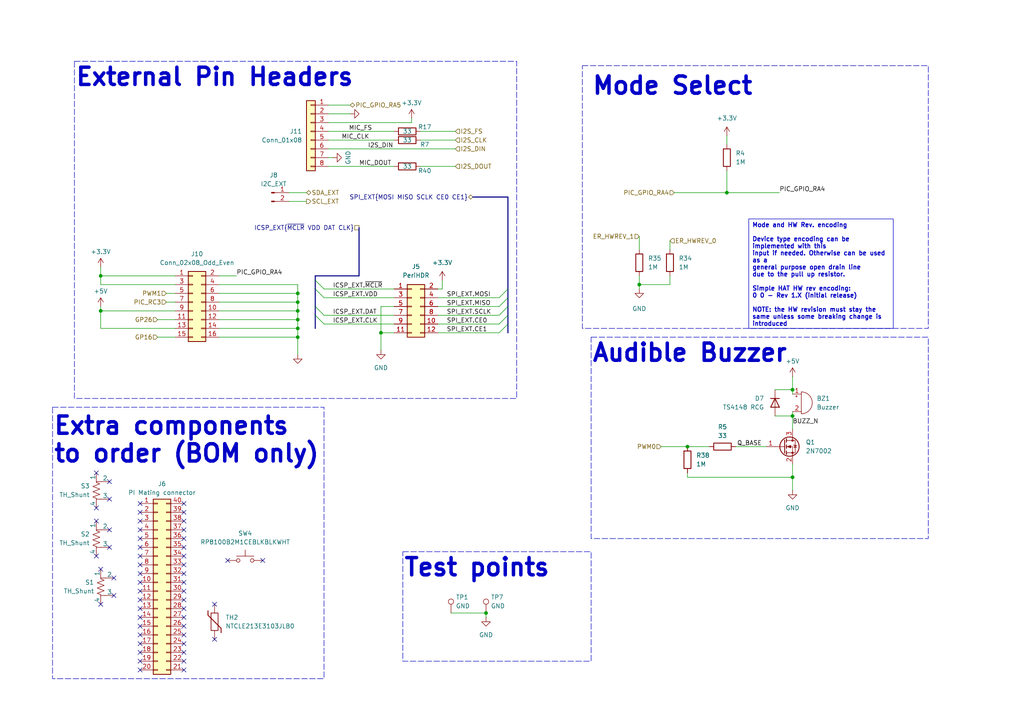
<source format=kicad_sch>
(kicad_sch (version 20231120) (generator "eeschema") (generator_version "8.0")
  (paper "A4")
  (title_block (title "Effective Range - MrHAT") (date "2024-06-17") (rev "1.10.1") (company "Effective Range Kft.") (comment 1 "visit https://creativecommons.org/licenses/by/4.0/") (comment 2 "is licensed under CC BY 4.0. To view a copy of this license,") (comment 3 "License: MrHAT © 2024 by Ferenc Nandor Janky & Attila Gombos"))
  (lib_symbols
    (symbol "Connector:Conn_01x02_Pin" (pin_names (offset 1.016) hide)
      (property "Reference" "J" (at 0 2.54 0))
      (property "Value" "Conn_01x02_Pin" (at 0 -5.08 0))
      (symbol "Conn_01x02_Pin_1_1"
        (polyline (pts (xy 1.27 -2.54) (xy 0.8636 -2.54)) (stroke (width 0.1524)))
        (polyline (pts (xy 1.27 0) (xy 0.8636 0)) (stroke (width 0.1524)))
        (rectangle (start 0.8636 -2.413) (end 0 -2.667) (stroke (width 0.1524)) (fill (type outline)))
        (rectangle (start 0.8636 0.127) (end 0 -0.127) (stroke (width 0.1524)) (fill (type outline)))
        (pin passive line (at 5.08 0 180) (length 3.81) (name "Pin_1") (number "1"))
        (pin passive line (at 5.08 -2.54 180) (length 3.81) (name "Pin_2") (number "2"))
      )
    )
    (symbol "Connector:TestPoint" (pin_numbers hide) (pin_names (offset 0.762) hide)
      (property "Reference" "TP" (at 0 6.858 0))
      (property "Value" "TestPoint" (at 0 5.08 0))
      (symbol "TestPoint_0_1"
        (circle (center 0 3.302) (radius 0.762))
      )
      (symbol "TestPoint_1_1"
        (pin passive line (at 0 0 90) (length 2.54) (name "1") (number "1"))
      )
    )
    (symbol "Connector_Generic:Conn_01x08" (pin_names (offset 1.016) hide)
      (property "Reference" "J" (at 0 10.16 0))
      (property "Value" "Conn_01x08" (at 0 -12.7 0))
      (symbol "Conn_01x08_1_1"
        (rectangle (start -1.27 -10.033) (end 0 -10.287) (stroke (width 0.1524)))
        (rectangle (start -1.27 -7.493) (end 0 -7.747) (stroke (width 0.1524)))
        (rectangle (start -1.27 -4.953) (end 0 -5.207) (stroke (width 0.1524)))
        (rectangle (start -1.27 -2.413) (end 0 -2.667) (stroke (width 0.1524)))
        (rectangle (start -1.27 0.127) (end 0 -0.127) (stroke (width 0.1524)))
        (rectangle (start -1.27 2.667) (end 0 2.413) (stroke (width 0.1524)))
        (rectangle (start -1.27 5.207) (end 0 4.953) (stroke (width 0.1524)))
        (rectangle (start -1.27 7.747) (end 0 7.493) (stroke (width 0.1524)))
        (rectangle (start -1.27 8.89) (end 1.27 -11.43) (stroke (width 0.254)) (fill (type background)))
        (pin passive line (at -5.08 7.62 0) (length 3.81) (name "Pin_1") (number "1"))
        (pin passive line (at -5.08 5.08 0) (length 3.81) (name "Pin_2") (number "2"))
        (pin passive line (at -5.08 2.54 0) (length 3.81) (name "Pin_3") (number "3"))
        (pin passive line (at -5.08 0 0) (length 3.81) (name "Pin_4") (number "4"))
        (pin passive line (at -5.08 -2.54 0) (length 3.81) (name "Pin_5") (number "5"))
        (pin passive line (at -5.08 -5.08 0) (length 3.81) (name "Pin_6") (number "6"))
        (pin passive line (at -5.08 -7.62 0) (length 3.81) (name "Pin_7") (number "7"))
        (pin passive line (at -5.08 -10.16 0) (length 3.81) (name "Pin_8") (number "8"))
      )
    )
    (symbol "Connector_Generic:Conn_02x06_Odd_Even" (pin_names (offset 1.016) hide)
      (property "Reference" "J" (at 1.27 7.62 0))
      (property "Value" "Conn_02x06_Odd_Even" (at 1.27 -10.16 0))
      (symbol "Conn_02x06_Odd_Even_1_1"
        (rectangle (start -1.27 -7.493) (end 0 -7.747) (stroke (width 0.1524)))
        (rectangle (start -1.27 -4.953) (end 0 -5.207) (stroke (width 0.1524)))
        (rectangle (start -1.27 -2.413) (end 0 -2.667) (stroke (width 0.1524)))
        (rectangle (start -1.27 0.127) (end 0 -0.127) (stroke (width 0.1524)))
        (rectangle (start -1.27 2.667) (end 0 2.413) (stroke (width 0.1524)))
        (rectangle (start -1.27 5.207) (end 0 4.953) (stroke (width 0.1524)))
        (rectangle (start -1.27 6.35) (end 3.81 -8.89) (stroke (width 0.254)) (fill (type background)))
        (rectangle (start 3.81 -7.493) (end 2.54 -7.747) (stroke (width 0.1524)))
        (rectangle (start 3.81 -4.953) (end 2.54 -5.207) (stroke (width 0.1524)))
        (rectangle (start 3.81 -2.413) (end 2.54 -2.667) (stroke (width 0.1524)))
        (rectangle (start 3.81 0.127) (end 2.54 -0.127) (stroke (width 0.1524)))
        (rectangle (start 3.81 2.667) (end 2.54 2.413) (stroke (width 0.1524)))
        (rectangle (start 3.81 5.207) (end 2.54 4.953) (stroke (width 0.1524)))
        (pin passive line (at -5.08 5.08 0) (length 3.81) (name "Pin_1") (number "1"))
        (pin passive line (at 7.62 -5.08 180) (length 3.81) (name "Pin_10") (number "10"))
        (pin passive line (at -5.08 -7.62 0) (length 3.81) (name "Pin_11") (number "11"))
        (pin passive line (at 7.62 -7.62 180) (length 3.81) (name "Pin_12") (number "12"))
        (pin passive line (at 7.62 5.08 180) (length 3.81) (name "Pin_2") (number "2"))
        (pin passive line (at -5.08 2.54 0) (length 3.81) (name "Pin_3") (number "3"))
        (pin passive line (at 7.62 2.54 180) (length 3.81) (name "Pin_4") (number "4"))
        (pin passive line (at -5.08 0 0) (length 3.81) (name "Pin_5") (number "5"))
        (pin passive line (at 7.62 0 180) (length 3.81) (name "Pin_6") (number "6"))
        (pin passive line (at -5.08 -2.54 0) (length 3.81) (name "Pin_7") (number "7"))
        (pin passive line (at 7.62 -2.54 180) (length 3.81) (name "Pin_8") (number "8"))
        (pin passive line (at -5.08 -5.08 0) (length 3.81) (name "Pin_9") (number "9"))
      )
    )
    (symbol "Connector_Generic:Conn_02x08_Odd_Even" (pin_names (offset 1.016) hide)
      (property "Reference" "J" (at 1.27 10.16 0))
      (property "Value" "Conn_02x08_Odd_Even" (at 1.27 -12.7 0))
      (symbol "Conn_02x08_Odd_Even_1_1"
        (rectangle (start -1.27 -10.033) (end 0 -10.287) (stroke (width 0.1524)))
        (rectangle (start -1.27 -7.493) (end 0 -7.747) (stroke (width 0.1524)))
        (rectangle (start -1.27 -4.953) (end 0 -5.207) (stroke (width 0.1524)))
        (rectangle (start -1.27 -2.413) (end 0 -2.667) (stroke (width 0.1524)))
        (rectangle (start -1.27 0.127) (end 0 -0.127) (stroke (width 0.1524)))
        (rectangle (start -1.27 2.667) (end 0 2.413) (stroke (width 0.1524)))
        (rectangle (start -1.27 5.207) (end 0 4.953) (stroke (width 0.1524)))
        (rectangle (start -1.27 7.747) (end 0 7.493) (stroke (width 0.1524)))
        (rectangle (start -1.27 8.89) (end 3.81 -11.43) (stroke (width 0.254)) (fill (type background)))
        (rectangle (start 3.81 -10.033) (end 2.54 -10.287) (stroke (width 0.1524)))
        (rectangle (start 3.81 -7.493) (end 2.54 -7.747) (stroke (width 0.1524)))
        (rectangle (start 3.81 -4.953) (end 2.54 -5.207) (stroke (width 0.1524)))
        (rectangle (start 3.81 -2.413) (end 2.54 -2.667) (stroke (width 0.1524)))
        (rectangle (start 3.81 0.127) (end 2.54 -0.127) (stroke (width 0.1524)))
        (rectangle (start 3.81 2.667) (end 2.54 2.413) (stroke (width 0.1524)))
        (rectangle (start 3.81 5.207) (end 2.54 4.953) (stroke (width 0.1524)))
        (rectangle (start 3.81 7.747) (end 2.54 7.493) (stroke (width 0.1524)))
        (pin passive line (at -5.08 7.62 0) (length 3.81) (name "Pin_1") (number "1"))
        (pin passive line (at 7.62 -2.54 180) (length 3.81) (name "Pin_10") (number "10"))
        (pin passive line (at -5.08 -5.08 0) (length 3.81) (name "Pin_11") (number "11"))
        (pin passive line (at 7.62 -5.08 180) (length 3.81) (name "Pin_12") (number "12"))
        (pin passive line (at -5.08 -7.62 0) (length 3.81) (name "Pin_13") (number "13"))
        (pin passive line (at 7.62 -7.62 180) (length 3.81) (name "Pin_14") (number "14"))
        (pin passive line (at -5.08 -10.16 0) (length 3.81) (name "Pin_15") (number "15"))
        (pin passive line (at 7.62 -10.16 180) (length 3.81) (name "Pin_16") (number "16"))
        (pin passive line (at 7.62 7.62 180) (length 3.81) (name "Pin_2") (number "2"))
        (pin passive line (at -5.08 5.08 0) (length 3.81) (name "Pin_3") (number "3"))
        (pin passive line (at 7.62 5.08 180) (length 3.81) (name "Pin_4") (number "4"))
        (pin passive line (at -5.08 2.54 0) (length 3.81) (name "Pin_5") (number "5"))
        (pin passive line (at 7.62 2.54 180) (length 3.81) (name "Pin_6") (number "6"))
        (pin passive line (at -5.08 0 0) (length 3.81) (name "Pin_7") (number "7"))
        (pin passive line (at 7.62 0 180) (length 3.81) (name "Pin_8") (number "8"))
        (pin passive line (at -5.08 -2.54 0) (length 3.81) (name "Pin_9") (number "9"))
      )
    )
    (symbol "Connector_Generic:Conn_02x20_Counter_Clockwise" (pin_names (offset 1.016) hide)
      (property "Reference" "J" (at 1.27 25.4 0))
      (property "Value" "Conn_02x20_Counter_Clockwise" (at 1.27 -27.94 0))
      (symbol "Conn_02x20_Counter_Clockwise_1_1"
        (rectangle (start -1.27 -25.273) (end 0 -25.527) (stroke (width 0.1524)))
        (rectangle (start -1.27 -22.733) (end 0 -22.987) (stroke (width 0.1524)))
        (rectangle (start -1.27 -20.193) (end 0 -20.447) (stroke (width 0.1524)))
        (rectangle (start -1.27 -17.653) (end 0 -17.907) (stroke (width 0.1524)))
        (rectangle (start -1.27 -15.113) (end 0 -15.367) (stroke (width 0.1524)))
        (rectangle (start -1.27 -12.573) (end 0 -12.827) (stroke (width 0.1524)))
        (rectangle (start -1.27 -10.033) (end 0 -10.287) (stroke (width 0.1524)))
        (rectangle (start -1.27 -7.493) (end 0 -7.747) (stroke (width 0.1524)))
        (rectangle (start -1.27 -4.953) (end 0 -5.207) (stroke (width 0.1524)))
        (rectangle (start -1.27 -2.413) (end 0 -2.667) (stroke (width 0.1524)))
        (rectangle (start -1.27 0.127) (end 0 -0.127) (stroke (width 0.1524)))
        (rectangle (start -1.27 2.667) (end 0 2.413) (stroke (width 0.1524)))
        (rectangle (start -1.27 5.207) (end 0 4.953) (stroke (width 0.1524)))
        (rectangle (start -1.27 7.747) (end 0 7.493) (stroke (width 0.1524)))
        (rectangle (start -1.27 10.287) (end 0 10.033) (stroke (width 0.1524)))
        (rectangle (start -1.27 12.827) (end 0 12.573) (stroke (width 0.1524)))
        (rectangle (start -1.27 15.367) (end 0 15.113) (stroke (width 0.1524)))
        (rectangle (start -1.27 17.907) (end 0 17.653) (stroke (width 0.1524)))
        (rectangle (start -1.27 20.447) (end 0 20.193) (stroke (width 0.1524)))
        (rectangle (start -1.27 22.987) (end 0 22.733) (stroke (width 0.1524)))
        (rectangle (start -1.27 24.13) (end 3.81 -26.67) (stroke (width 0.254)) (fill (type background)))
        (rectangle (start 3.81 -25.273) (end 2.54 -25.527) (stroke (width 0.1524)))
        (rectangle (start 3.81 -22.733) (end 2.54 -22.987) (stroke (width 0.1524)))
        (rectangle (start 3.81 -20.193) (end 2.54 -20.447) (stroke (width 0.1524)))
        (rectangle (start 3.81 -17.653) (end 2.54 -17.907) (stroke (width 0.1524)))
        (rectangle (start 3.81 -15.113) (end 2.54 -15.367) (stroke (width 0.1524)))
        (rectangle (start 3.81 -12.573) (end 2.54 -12.827) (stroke (width 0.1524)))
        (rectangle (start 3.81 -10.033) (end 2.54 -10.287) (stroke (width 0.1524)))
        (rectangle (start 3.81 -7.493) (end 2.54 -7.747) (stroke (width 0.1524)))
        (rectangle (start 3.81 -4.953) (end 2.54 -5.207) (stroke (width 0.1524)))
        (rectangle (start 3.81 -2.413) (end 2.54 -2.667) (stroke (width 0.1524)))
        (rectangle (start 3.81 0.127) (end 2.54 -0.127) (stroke (width 0.1524)))
        (rectangle (start 3.81 2.667) (end 2.54 2.413) (stroke (width 0.1524)))
        (rectangle (start 3.81 5.207) (end 2.54 4.953) (stroke (width 0.1524)))
        (rectangle (start 3.81 7.747) (end 2.54 7.493) (stroke (width 0.1524)))
        (rectangle (start 3.81 10.287) (end 2.54 10.033) (stroke (width 0.1524)))
        (rectangle (start 3.81 12.827) (end 2.54 12.573) (stroke (width 0.1524)))
        (rectangle (start 3.81 15.367) (end 2.54 15.113) (stroke (width 0.1524)))
        (rectangle (start 3.81 17.907) (end 2.54 17.653) (stroke (width 0.1524)))
        (rectangle (start 3.81 20.447) (end 2.54 20.193) (stroke (width 0.1524)))
        (rectangle (start 3.81 22.987) (end 2.54 22.733) (stroke (width 0.1524)))
        (pin passive line (at -5.08 22.86 0) (length 3.81) (name "Pin_1") (number "1"))
        (pin passive line (at -5.08 0 0) (length 3.81) (name "Pin_10") (number "10"))
        (pin passive line (at -5.08 -2.54 0) (length 3.81) (name "Pin_11") (number "11"))
        (pin passive line (at -5.08 -5.08 0) (length 3.81) (name "Pin_12") (number "12"))
        (pin passive line (at -5.08 -7.62 0) (length 3.81) (name "Pin_13") (number "13"))
        (pin passive line (at -5.08 -10.16 0) (length 3.81) (name "Pin_14") (number "14"))
        (pin passive line (at -5.08 -12.7 0) (length 3.81) (name "Pin_15") (number "15"))
        (pin passive line (at -5.08 -15.24 0) (length 3.81) (name "Pin_16") (number "16"))
        (pin passive line (at -5.08 -17.78 0) (length 3.81) (name "Pin_17") (number "17"))
        (pin passive line (at -5.08 -20.32 0) (length 3.81) (name "Pin_18") (number "18"))
        (pin passive line (at -5.08 -22.86 0) (length 3.81) (name "Pin_19") (number "19"))
        (pin passive line (at -5.08 20.32 0) (length 3.81) (name "Pin_2") (number "2"))
        (pin passive line (at -5.08 -25.4 0) (length 3.81) (name "Pin_20") (number "20"))
        (pin passive line (at 7.62 -25.4 180) (length 3.81) (name "Pin_21") (number "21"))
        (pin passive line (at 7.62 -22.86 180) (length 3.81) (name "Pin_22") (number "22"))
        (pin passive line (at 7.62 -20.32 180) (length 3.81) (name "Pin_23") (number "23"))
        (pin passive line (at 7.62 -17.78 180) (length 3.81) (name "Pin_24") (number "24"))
        (pin passive line (at 7.62 -15.24 180) (length 3.81) (name "Pin_25") (number "25"))
        (pin passive line (at 7.62 -12.7 180) (length 3.81) (name "Pin_26") (number "26"))
        (pin passive line (at 7.62 -10.16 180) (length 3.81) (name "Pin_27") (number "27"))
        (pin passive line (at 7.62 -7.62 180) (length 3.81) (name "Pin_28") (number "28"))
        (pin passive line (at 7.62 -5.08 180) (length 3.81) (name "Pin_29") (number "29"))
        (pin passive line (at -5.08 17.78 0) (length 3.81) (name "Pin_3") (number "3"))
        (pin passive line (at 7.62 -2.54 180) (length 3.81) (name "Pin_30") (number "30"))
        (pin passive line (at 7.62 0 180) (length 3.81) (name "Pin_31") (number "31"))
        (pin passive line (at 7.62 2.54 180) (length 3.81) (name "Pin_32") (number "32"))
        (pin passive line (at 7.62 5.08 180) (length 3.81) (name "Pin_33") (number "33"))
        (pin passive line (at 7.62 7.62 180) (length 3.81) (name "Pin_34") (number "34"))
        (pin passive line (at 7.62 10.16 180) (length 3.81) (name "Pin_35") (number "35"))
        (pin passive line (at 7.62 12.7 180) (length 3.81) (name "Pin_36") (number "36"))
        (pin passive line (at 7.62 15.24 180) (length 3.81) (name "Pin_37") (number "37"))
        (pin passive line (at 7.62 17.78 180) (length 3.81) (name "Pin_38") (number "38"))
        (pin passive line (at 7.62 20.32 180) (length 3.81) (name "Pin_39") (number "39"))
        (pin passive line (at -5.08 15.24 0) (length 3.81) (name "Pin_4") (number "4"))
        (pin passive line (at 7.62 22.86 180) (length 3.81) (name "Pin_40") (number "40"))
        (pin passive line (at -5.08 12.7 0) (length 3.81) (name "Pin_5") (number "5"))
        (pin passive line (at -5.08 10.16 0) (length 3.81) (name "Pin_6") (number "6"))
        (pin passive line (at -5.08 7.62 0) (length 3.81) (name "Pin_7") (number "7"))
        (pin passive line (at -5.08 5.08 0) (length 3.81) (name "Pin_8") (number "8"))
        (pin passive line (at -5.08 2.54 0) (length 3.81) (name "Pin_9") (number "9"))
      )
    )
    (symbol "Device:Buzzer" (pin_names (offset 0.0254) hide)
      (property "Reference" "BZ" (at 3.81 1.27 0))
      (property "Value" "Buzzer" (at 3.81 -1.27 0))
      (symbol "Buzzer_0_1"
        (arc (start 0 -3.175) (mid 3.1612 0) (end 0 3.175))
        (polyline (pts (xy -1.651 1.905) (xy -1.143 1.905)))
        (polyline (pts (xy -1.397 2.159) (xy -1.397 1.651)))
        (polyline (pts (xy 0 3.175) (xy 0 -3.175)))
      )
      (symbol "Buzzer_1_1"
        (pin passive line (at -2.54 2.54 0) (length 2.54) (name "+") (number "1"))
        (pin passive line (at -2.54 -2.54 0) (length 2.54) (name "-") (number "2"))
      )
    )
    (symbol "Device:R" (pin_numbers hide) (pin_names (offset 0))
      (property "Reference" "R" (at 2.032 0 90))
      (property "Value" "R" (at 0 0 90))
      (symbol "R_0_1"
        (rectangle (start -1.016 -2.54) (end 1.016 2.54) (stroke (width 0.254)))
      )
      (symbol "R_1_1"
        (pin passive line (at 0 3.81 270) (length 1.27) (name "~") (number "1"))
        (pin passive line (at 0 -3.81 90) (length 1.27) (name "~") (number "2"))
      )
    )
    (symbol "Device:R_Shunt_US" (pin_numbers hide) (pin_names (offset 0))
      (property "Reference" "R" (at -5.08 0 90))
      (property "Value" "R_Shunt_US" (at -3.048 0 90))
      (symbol "R_Shunt_US_1_1"
        (polyline (pts (xy 0 -2.54) (xy 1.27 -2.54)))
        (polyline (pts (xy 0 -2.286) (xy 0 -2.54)))
        (polyline (pts (xy 0 2.286) (xy 0 2.54)))
        (polyline (pts (xy 1.27 2.54) (xy 0 2.54)))
        (polyline (pts (xy 0 -0.762) (xy 1.016 -1.143) (xy 0 -1.524) (xy -1.016 -1.905) (xy 0 -2.286)))
        (polyline (pts (xy 0 0.762) (xy 1.016 0.381) (xy 0 0) (xy -1.016 -0.381) (xy 0 -0.762)))
        (polyline (pts (xy 0 2.286) (xy 1.016 1.905) (xy 0 1.524) (xy -1.016 1.143) (xy 0 0.762)))
        (pin passive line (at 0 5.08 270) (length 2.54) (name "1") (number "1"))
        (pin passive line (at 3.81 2.54 180) (length 2.54) (name "2") (number "2"))
        (pin passive line (at 3.81 -2.54 180) (length 2.54) (name "3") (number "3"))
        (pin passive line (at 0 -5.08 90) (length 2.54) (name "4") (number "4"))
      )
    )
    (symbol "Device:Thermistor" (pin_numbers hide) (pin_names (offset 0))
      (property "Reference" "TH" (at 2.54 1.27 90))
      (property "Value" "Thermistor" (at -2.54 0 90))
      (symbol "Thermistor_0_1"
        (rectangle (start -1.016 2.54) (end 1.016 -2.54) (stroke (width 0.2032)))
        (polyline (pts (xy -1.905 3.175) (xy -1.905 1.905) (xy 1.905 -1.905) (xy 1.905 -3.175) (xy 1.905 -3.175)) (stroke (width 0.254)))
      )
      (symbol "Thermistor_1_1"
        (pin passive line (at 0 5.08 270) (length 2.54) (name "~") (number "1"))
        (pin passive line (at 0 -5.08 90) (length 2.54) (name "~") (number "2"))
      )
    )
    (symbol "Diode:1N4001" (pin_numbers hide) (pin_names hide)
      (property "Reference" "D" (at 0 2.54 0))
      (property "Value" "1N4001" (at 0 -2.54 0))
      (symbol "1N4001_0_1"
        (polyline (pts (xy -1.27 1.27) (xy -1.27 -1.27)) (stroke (width 0.254)))
        (polyline (pts (xy 1.27 0) (xy -1.27 0)))
        (polyline (pts (xy 1.27 1.27) (xy 1.27 -1.27) (xy -1.27 0) (xy 1.27 1.27)) (stroke (width 0.254)))
      )
      (symbol "1N4001_1_1"
        (pin passive line (at -3.81 0 0) (length 2.54) (name "K") (number "1"))
        (pin passive line (at 3.81 0 180) (length 2.54) (name "A") (number "2"))
      )
    )
    (symbol "Switch:SW_Push" (pin_numbers hide) (pin_names (offset 1.016) hide)
      (property "Reference" "SW" (at 1.27 2.54 0))
      (property "Value" "SW_Push" (at 0 -1.524 0))
      (symbol "SW_Push_0_1"
        (circle (center -2.032 0) (radius 0.508))
        (polyline (pts (xy 0 1.27) (xy 0 3.048)))
        (polyline (pts (xy 2.54 1.27) (xy -2.54 1.27)))
        (circle (center 2.032 0) (radius 0.508))
        (pin passive line (at -5.08 0 0) (length 2.54) (name "1") (number "1"))
        (pin passive line (at 5.08 0 180) (length 2.54) (name "2") (number "2"))
      )
    )
    (symbol "Transistor_FET:2N7002" (pin_names hide)
      (property "Reference" "Q" (at 5.08 1.905 0))
      (property "Value" "2N7002" (at 5.08 0 0))
      (symbol "2N7002_0_1"
        (polyline (pts (xy 0.254 0) (xy -2.54 0)))
        (polyline (pts (xy 0.254 1.905) (xy 0.254 -1.905)) (stroke (width 0.254)))
        (polyline (pts (xy 0.762 -1.27) (xy 0.762 -2.286)) (stroke (width 0.254)))
        (polyline (pts (xy 0.762 0.508) (xy 0.762 -0.508)) (stroke (width 0.254)))
        (polyline (pts (xy 0.762 2.286) (xy 0.762 1.27)) (stroke (width 0.254)))
        (polyline (pts (xy 2.54 2.54) (xy 2.54 1.778)))
        (polyline (pts (xy 2.54 -2.54) (xy 2.54 0) (xy 0.762 0)))
        (polyline (pts (xy 0.762 -1.778) (xy 3.302 -1.778) (xy 3.302 1.778) (xy 0.762 1.778)))
        (polyline (pts (xy 1.016 0) (xy 2.032 0.381) (xy 2.032 -0.381) (xy 1.016 0)) (fill (type outline)))
        (polyline (pts (xy 2.794 0.508) (xy 2.921 0.381) (xy 3.683 0.381) (xy 3.81 0.254)))
        (polyline (pts (xy 3.302 0.381) (xy 2.921 -0.254) (xy 3.683 -0.254) (xy 3.302 0.381)))
        (circle (center 1.651 0) (radius 2.794) (stroke (width 0.254)))
        (circle (center 2.54 -1.778) (radius 0.254) (fill (type outline)))
        (circle (center 2.54 1.778) (radius 0.254) (fill (type outline)))
      )
      (symbol "2N7002_1_1"
        (pin input line (at -5.08 0 0) (length 2.54) (name "G") (number "1"))
        (pin passive line (at 2.54 -5.08 90) (length 2.54) (name "S") (number "2"))
        (pin passive line (at 2.54 5.08 270) (length 2.54) (name "D") (number "3"))
      )
    )
    (symbol "power:+3.3V" (power) (pin_numbers hide) (pin_names (offset 0) hide)
      (property "Value" "+3.3V" (at 0 3.556 0))
      (symbol "+3.3V_0_1"
        (polyline (pts (xy -0.762 1.27) (xy 0 2.54)))
        (polyline (pts (xy 0 0) (xy 0 2.54)))
        (polyline (pts (xy 0 2.54) (xy 0.762 1.27)))
      )
      (symbol "+3.3V_1_1"
        (pin power_in line (at 0 0 90) (length 0) (name "~") (number "1"))
      )
    )
    (symbol "power:+5V" (power) (pin_numbers hide) (pin_names (offset 0) hide)
      (property "Value" "+5V" (at 0 3.556 0))
      (symbol "+5V_0_1"
        (polyline (pts (xy -0.762 1.27) (xy 0 2.54)))
        (polyline (pts (xy 0 0) (xy 0 2.54)))
        (polyline (pts (xy 0 2.54) (xy 0.762 1.27)))
      )
      (symbol "+5V_1_1"
        (pin power_in line (at 0 0 90) (length 0) (name "~") (number "1"))
      )
    )
    (symbol "power:GND" (power) (pin_numbers hide) (pin_names (offset 0) hide)
      (property "Value" "GND" (at 0 -3.81 0))
      (symbol "GND_0_1"
        (polyline (pts (xy 0 0) (xy 0 -1.27) (xy 1.27 -1.27) (xy 0 -2.54) (xy -1.27 -1.27) (xy 0 -1.27)))
      )
      (symbol "GND_1_1"
        (pin power_in line (at 0 0 270) (length 0) (name "~") (number "1"))
      )
    )
  )
  (junction (at 29.21 90.17))
  (junction (at 185.42 82.55))
  (junction (at 86.36 90.17))
  (junction (at 140.97 177.8))
  (junction (at 29.21 80.01))
  (junction (at 110.49 96.52))
  (junction (at 86.36 97.79))
  (junction (at 86.36 85.09))
  (junction (at 229.87 113.03))
  (junction (at 86.36 87.63))
  (junction (at 229.87 120.65))
  (junction (at 86.36 92.71))
  (junction (at 199.39 129.54))
  (junction (at 229.87 138.43))
  (junction (at 86.36 95.25))
  (junction (at 210.82 55.88))
  (no_connect (at 53.34 161.29))
  (no_connect (at 40.64 148.59))
  (no_connect (at 40.64 168.91))
  (no_connect (at 53.34 153.67))
  (no_connect (at 53.34 189.23))
  (no_connect (at 33.02 167.64))
  (no_connect (at 40.64 166.37))
  (no_connect (at 31.75 153.67))
  (no_connect (at 53.34 184.15))
  (no_connect (at 40.64 151.13))
  (no_connect (at 53.34 173.99))
  (no_connect (at 40.64 181.61))
  (no_connect (at 27.94 161.29))
  (no_connect (at 53.34 166.37))
  (no_connect (at 27.94 147.32))
  (no_connect (at 40.64 194.31))
  (no_connect (at 53.34 151.13))
  (no_connect (at 27.94 151.13))
  (no_connect (at 53.34 158.75))
  (no_connect (at 66.04 162.56))
  (no_connect (at 40.64 176.53))
  (no_connect (at 53.34 179.07))
  (no_connect (at 40.64 153.67))
  (no_connect (at 40.64 191.77))
  (no_connect (at 31.75 144.78))
  (no_connect (at 62.23 185.42))
  (no_connect (at 31.75 139.7))
  (no_connect (at 40.64 156.21))
  (no_connect (at 53.34 168.91))
  (no_connect (at 40.64 163.83))
  (no_connect (at 40.64 184.15))
  (no_connect (at 31.75 158.75))
  (no_connect (at 53.34 191.77))
  (no_connect (at 40.64 189.23))
  (no_connect (at 53.34 146.05))
  (no_connect (at 62.23 175.26))
  (no_connect (at 53.34 186.69))
  (no_connect (at 27.94 137.16))
  (no_connect (at 40.64 179.07))
  (no_connect (at 53.34 156.21))
  (no_connect (at 53.34 194.31))
  (no_connect (at 29.21 165.1))
  (no_connect (at 53.34 163.83))
  (no_connect (at 53.34 176.53))
  (no_connect (at 40.64 158.75))
  (no_connect (at 40.64 146.05))
  (no_connect (at 40.64 171.45))
  (no_connect (at 53.34 181.61))
  (no_connect (at 40.64 161.29))
  (no_connect (at 29.21 175.26))
  (no_connect (at 40.64 186.69))
  (no_connect (at 40.64 173.99))
  (no_connect (at 76.2 162.56))
  (no_connect (at 53.34 148.59))
  (no_connect (at 53.34 171.45))
  (no_connect (at 33.02 172.72))
  (bus_entry (at 91.44 81.28) (size 2.54 2.54))
  (bus_entry (at 147.32 91.44) (size -2.54 2.54))
  (bus_entry (at 147.32 86.36) (size -2.54 2.54))
  (bus_entry (at 91.44 91.44) (size 2.54 2.54))
  (bus_entry (at 147.32 83.82) (size -2.54 2.54))
  (bus_entry (at 91.44 88.9) (size 2.54 2.54))
  (bus_entry (at 147.32 88.9) (size -2.54 2.54))
  (bus_entry (at 147.32 93.98) (size -2.54 2.54))
  (bus_entry (at 91.44 83.82) (size 2.54 2.54))
  (wire (pts (xy 110.49 96.52) (xy 114.3 96.52)))
  (wire (pts (xy 95.25 48.26) (xy 114.3 48.26)))
  (wire (pts (xy 121.92 48.26) (xy 132.08 48.26)))
  (wire (pts (xy 29.21 80.01) (xy 29.21 82.55)))
  (wire (pts (xy 95.25 35.56) (xy 119.38 35.56)))
  (wire (pts (xy 63.5 97.79) (xy 86.36 97.79)))
  (wire (pts (xy 88.9 55.88) (xy 83.82 55.88)))
  (bus (pts (xy 91.44 83.82) (xy 91.44 88.9)))
  (wire (pts (xy 95.25 45.72) (xy 96.52 45.72)))
  (bus (pts (xy 137.16 57.15) (xy 147.32 57.15)))
  (wire (pts (xy 229.87 134.62) (xy 229.87 138.43)))
  (wire (pts (xy 86.36 90.17) (xy 86.36 92.71)))
  (wire (pts (xy 127 86.36) (xy 144.78 86.36)))
  (wire (pts (xy 127 96.52) (xy 144.78 96.52)))
  (wire (pts (xy 229.87 119.38) (xy 229.87 120.65)))
  (wire (pts (xy 45.72 97.79) (xy 50.8 97.79)))
  (wire (pts (xy 224.79 113.03) (xy 229.87 113.03)))
  (bus (pts (xy 104.14 80.01) (xy 104.14 66.04)))
  (wire (pts (xy 195.58 55.88) (xy 210.82 55.88)))
  (wire (pts (xy 63.5 92.71) (xy 86.36 92.71)))
  (bus (pts (xy 91.44 81.28) (xy 91.44 83.82)))
  (bus (pts (xy 91.44 80.01) (xy 104.14 80.01)))
  (wire (pts (xy 29.21 77.47) (xy 29.21 80.01)))
  (wire (pts (xy 229.87 138.43) (xy 229.87 142.24)))
  (wire (pts (xy 229.87 113.03) (xy 229.87 114.3)))
  (wire (pts (xy 93.98 83.82) (xy 114.3 83.82)))
  (wire (pts (xy 128.27 83.82) (xy 127 83.82)))
  (wire (pts (xy 210.82 49.53) (xy 210.82 55.88)))
  (wire (pts (xy 119.38 35.56) (xy 119.38 34.29)))
  (wire (pts (xy 95.25 43.18) (xy 132.08 43.18)))
  (bus (pts (xy 91.44 88.9) (xy 91.44 91.44)))
  (wire (pts (xy 29.21 82.55) (xy 50.8 82.55)))
  (wire (pts (xy 185.42 80.01) (xy 185.42 82.55)))
  (wire (pts (xy 29.21 90.17) (xy 50.8 90.17)))
  (wire (pts (xy 127 91.44) (xy 144.78 91.44)))
  (wire (pts (xy 88.9 58.42) (xy 83.82 58.42)))
  (wire (pts (xy 121.92 38.1) (xy 132.08 38.1)))
  (wire (pts (xy 63.5 87.63) (xy 86.36 87.63)))
  (bus (pts (xy 147.32 86.36) (xy 147.32 88.9)))
  (wire (pts (xy 86.36 82.55) (xy 86.36 85.09)))
  (bus (pts (xy 91.44 80.01) (xy 91.44 81.28)))
  (wire (pts (xy 121.92 40.64) (xy 132.08 40.64)))
  (wire (pts (xy 229.87 109.22) (xy 229.87 113.03)))
  (wire (pts (xy 210.82 55.88) (xy 226.06 55.88)))
  (wire (pts (xy 110.49 88.9) (xy 110.49 96.52)))
  (wire (pts (xy 29.21 80.01) (xy 50.8 80.01)))
  (wire (pts (xy 86.36 85.09) (xy 86.36 87.63)))
  (wire (pts (xy 29.21 95.25) (xy 50.8 95.25)))
  (wire (pts (xy 140.97 177.8) (xy 140.97 179.07)))
  (wire (pts (xy 45.72 92.71) (xy 50.8 92.71)))
  (wire (pts (xy 199.39 137.16) (xy 199.39 138.43)))
  (wire (pts (xy 185.42 82.55) (xy 185.42 83.82)))
  (wire (pts (xy 194.31 69.85) (xy 194.31 72.39)))
  (wire (pts (xy 68.58 80.01) (xy 63.5 80.01)))
  (wire (pts (xy 63.5 95.25) (xy 86.36 95.25)))
  (wire (pts (xy 210.82 39.37) (xy 210.82 41.91)))
  (bus (pts (xy 147.32 57.15) (xy 147.32 83.82)))
  (bus (pts (xy 147.32 91.44) (xy 147.32 93.98)))
  (wire (pts (xy 127 88.9) (xy 144.78 88.9)))
  (wire (pts (xy 114.3 88.9) (xy 110.49 88.9)))
  (wire (pts (xy 48.26 87.63) (xy 50.8 87.63)))
  (bus (pts (xy 91.44 91.44) (xy 91.44 95.25)))
  (wire (pts (xy 86.36 97.79) (xy 86.36 102.87)))
  (wire (pts (xy 110.49 96.52) (xy 110.49 101.6)))
  (wire (pts (xy 127 93.98) (xy 144.78 93.98)))
  (wire (pts (xy 86.36 92.71) (xy 86.36 95.25)))
  (wire (pts (xy 93.98 86.36) (xy 114.3 86.36)))
  (wire (pts (xy 194.31 82.55) (xy 185.42 82.55)))
  (wire (pts (xy 185.42 68.58) (xy 185.42 72.39)))
  (wire (pts (xy 199.39 138.43) (xy 229.87 138.43)))
  (wire (pts (xy 95.25 40.64) (xy 114.3 40.64)))
  (wire (pts (xy 199.39 129.54) (xy 205.74 129.54)))
  (wire (pts (xy 93.98 91.44) (xy 114.3 91.44)))
  (wire (pts (xy 29.21 90.17) (xy 29.21 95.25)))
  (wire (pts (xy 130.81 177.8) (xy 140.97 177.8)))
  (wire (pts (xy 229.87 120.65) (xy 229.87 124.46)))
  (wire (pts (xy 63.5 90.17) (xy 86.36 90.17)))
  (wire (pts (xy 95.25 38.1) (xy 114.3 38.1)))
  (wire (pts (xy 63.5 82.55) (xy 86.36 82.55)))
  (wire (pts (xy 29.21 88.9) (xy 29.21 90.17)))
  (bus (pts (xy 147.32 88.9) (xy 147.32 91.44)))
  (wire (pts (xy 86.36 95.25) (xy 86.36 97.79)))
  (wire (pts (xy 194.31 82.55) (xy 194.31 80.01)))
  (wire (pts (xy 101.6 30.48) (xy 95.25 30.48)))
  (bus (pts (xy 147.32 93.98) (xy 147.32 96.52)))
  (wire (pts (xy 86.36 87.63) (xy 86.36 90.17)))
  (wire (pts (xy 128.27 81.28) (xy 128.27 83.82)))
  (wire (pts (xy 191.77 129.54) (xy 199.39 129.54)))
  (wire (pts (xy 224.79 120.65) (xy 229.87 120.65)))
  (wire (pts (xy 101.6 33.02) (xy 95.25 33.02)))
  (wire (pts (xy 63.5 85.09) (xy 86.36 85.09)))
  (bus (pts (xy 147.32 83.82) (xy 147.32 86.36)))
  (wire (pts (xy 48.26 85.09) (xy 50.8 85.09)))
  (wire (pts (xy 213.36 129.54) (xy 222.25 129.54)))
  (wire (pts (xy 93.98 93.98) (xy 114.3 93.98)))
  (rectangle (start 21.59 17.78) (end 149.86 115.57) (stroke (width 0) (type dash)))
  (rectangle (start 15.24 118.11) (end 93.98 196.85) (stroke (width 0) (type dash)))
  (rectangle (start 168.91 19.05) (end 269.24 95.25) (stroke (width 0) (type dash)))
  (rectangle (start 171.45 97.79) (end 269.24 156.21) (stroke (width 0) (type dash)))
  (rectangle (start 116.84 160.02) (end 171.45 191.77) (stroke (width 0) (type dash)))
  (text_box "Mode and HW Rev. encoding\n\nDevice type encoding can be implemented with this\ninput if needed. Otherwise can be used as a\ngeneral purpose open drain line \ndue to the pull up resistor.\n\nSimple HAT HW rev encoding:\n0 0 - Rev 1.X (initial release)\n\nNOTE: the HW revision must stay the same unless some breaking change is introduced" (at 217.17 63.5 0) (size 41.91 31.75) (effects (font (size 1.27 1.27) (bold yes)) (justify left top)))
  (text "Mode Select" (at 171.45 27.94 0) (effects (font (size 5 5) (thickness 1) (bold yes)) (justify left bottom)))
  (text "Audible Buzzer" (at 171.45 105.41 0) (effects (font (size 5 5) (thickness 1) (bold yes)) (justify left bottom)))
  (text "Test points" (at 116.84 167.64 0) (effects (font (size 5 5) (thickness 1) (bold yes)) (justify left bottom)))
  (text "Extra components \nto order (BOM only)" (at 15.24 134.62 0) (effects (font (size 5 5) (thickness 1) (bold yes)) (justify left bottom)))
  (text "External Pin Headers" (at 21.59 25.4 0) (effects (font (size 5 5) (thickness 1) (bold yes)) (justify left bottom)))
  (label "SPI_EXT.MOSI" (at 129.54 86.36 0))
  (label "SPI_EXT.CE0" (at 129.54 93.98 0))
  (label "SPI_EXT.SCLK" (at 129.54 91.44 0))
  (label "ICSP_EXT.CLK" (at 96.52 93.98 0))
  (label "MIC_DOUT" (at 104.14 48.26 0))
  (label "I2S_DIN" (at 106.68 43.18 0))
  (label "PIC_GPIO_RA4" (at 68.58 80.01 0))
  (label "ICSP_EXT.DAT" (at 96.52 91.44 0))
  (label "BUZZ_N" (at 229.87 123.19 0))
  (label "Q_BASE" (at 220.98 129.54 180))
  (label "MIC_FS" (at 107.95 38.1 180))
  (label "SPI_EXT.MISO" (at 129.54 88.9 0))
  (label "PIC_GPIO_RA4" (at 226.06 55.88 0))
  (label "SPI_EXT.CE1" (at 129.54 96.52 0))
  (label "ICSP_EXT.VDD" (at 96.52 86.36 0))
  (label "ICSP_EXT.~{MCLR}" (at 96.52 83.82 0))
  (label "MIC_CLK" (at 99.06 40.64 0))
  (hierarchical_label "I2S_FS" (shape input) (at 132.08 38.1 0))
  (hierarchical_label "PIC_GPIO_RA4" (shape input) (at 195.58 55.88 180))
  (hierarchical_label "GP16" (shape input) (at 45.72 97.79 180))
  (hierarchical_label "ER_HWREV_1" (shape input) (at 185.42 68.58 180))
  (hierarchical_label "PWM0" (shape input) (at 191.77 129.54 180))
  (hierarchical_label "PIC_GPIO_RA5" (shape bidirectional) (at 101.6 30.48 0))
  (hierarchical_label "ICSP_EXT{~{MCLR} VDD DAT CLK}" (shape passive) (at 104.14 66.04 180))
  (hierarchical_label "I2S_CLK" (shape input) (at 132.08 40.64 0))
  (hierarchical_label "PIC_RC3" (shape input) (at 48.26 87.63 180))
  (hierarchical_label "SCL_EXT" (shape output) (at 88.9 58.42 0))
  (hierarchical_label "ER_HWREV_0" (shape input) (at 194.31 69.85 0))
  (hierarchical_label "GP26" (shape input) (at 45.72 92.71 180))
  (hierarchical_label "SPI_EXT{MOSI MISO SCLK CE0 CE1}" (shape bidirectional) (at 137.16 57.15 180))
  (hierarchical_label "SDA_EXT" (shape bidirectional) (at 88.9 55.88 0))
  (hierarchical_label "I2S_DIN" (shape input) (at 132.08 43.18 0))
  (hierarchical_label "PWM1" (shape input) (at 48.26 85.09 180))
  (hierarchical_label "I2S_DOUT" (shape input) (at 132.08 48.26 0))
  (symbol (lib_id "Device:R") (at 199.39 133.35 0) (unit 1)
    (property "Reference" "R38" (at 201.93 132.08 0) (effects (justify left)))
    (property "Value" "1M" (at 201.93 134.62 0) (effects (justify left)))
    (property "Footprint" "Resistor_SMD:R_0402_1005Metric" (effects (hide yes)))
    (property "Description" "Resistor" (effects (hide yes)))
    (property "Tolerance" "1%" (effects (hide yes)))
    (property "Power" "63mW" (effects (hide yes)))
    (property "MPN" "ERJ-2RKF1004X" (effects (hide yes)))
    (property "Manufacturer" "Panasonic Electronic Components" (effects (hide yes)))
    (property "SupplierLink" "https://www.digikey.hu/en/products/detail/panasonic-electronic-components/ERJ-2RKF1004X/79728" (effects (hide yes)))
    (instances (project "effectiveRangeHat_simple" (path "" (reference "R38") (unit 1))) (project "power" (path "" (reference "R10") (unit 1))))
  )
  (symbol (lib_id "Connector_Generic:Conn_01x08") (at 90.17 38.1 0) (mirror y) (unit 1)
    (property "Reference" "J11" (at 87.63 38.0999 0) (effects (justify left)))
    (property "Value" "Conn_01x08" (at 87.63 40.6399 0) (effects (justify left)))
    (property "Footprint" "Connector_PinHeader_2.54mm:PinHeader_1x08_P2.54mm_Vertical" (effects (hide yes)))
    (property "Description" "Generic connector, single row, 01x08, script generated (kicad-library-utils/schlib/autogen/connector/)" (effects (hide yes)))
    (property "MPN" "61300811121" (effects (hide yes)))
    (property "Manufacturer" "Würth Elektronik" (effects (hide yes)))
  )
  (symbol (lib_id "Device:Buzzer") (at 232.41 116.84 0) (unit 1)
    (property "Reference" "BZ1" (at 236.855 115.57 0) (effects (justify left)))
    (property "Value" "Buzzer" (at 236.855 118.11 0) (effects (justify left)))
    (property "Footprint" "effectiveRangeHat:MagneticBuzzer_CUI_CMT-8504-100-SMT" (effects (hide yes)))
    (property "Description" "Buzzer, polarized" (effects (hide yes)))
    (property "MPN" "CMT-8504-100-SMT-TR" (effects (hide yes)))
    (property "Manufacturer" "CUI Devices" (effects (hide yes)))
    (property "SupplierLink" "https://www.digikey.hu/hu/products/detail/cui-devices/CMT-8504-100-SMT-TR/10326202?s=N4IgTCBcDaIMIFkAqBaAHAVgAwBYUEYssUBlZFJAJRAF0BfIA" (effects (hide yes)))
  )
  (symbol (lib_id "power:+3.3V") (at 210.82 39.37 0) (unit 1)
    (property "Reference" "#PWR04" (effects (hide yes)))
    (property "Value" "+3.3V" (at 210.82 34.29 0))
    (property "Description" "Power symbol creates a global label with name \"+3.3V\"" (effects (hide yes)))
  )
  (symbol (lib_id "Device:R") (at 118.11 40.64 90) (unit 1)
    (property "Reference" "R7" (at 123.19 41.91 90))
    (property "Value" "33" (at 118.11 40.64 90))
    (property "Footprint" "Resistor_SMD:R_0402_1005Metric" (effects (hide yes)))
    (property "Description" "Resistor" (effects (hide yes)))
    (property "MPN" "ERJ-2RKF33R0X" (effects (hide yes)))
    (property "Manufacturer" "Panasonic Electronic Components" (effects (hide yes)))
    (property "SupplierLink" "https://www.digikey.hu/en/products/detail/panasonic-electronic-components/ERJ-2RKF33R0X/1746198" (effects (hide yes)))
  )
  (symbol (lib_id "Device:R_Shunt_US") (at 27.94 142.24 0) (unit 1) (on_board no)
    (property "Reference" "S3" (at 26.035 140.97 0) (effects (justify right)))
    (property "Value" "TH_Shunt" (at 26.035 143.51 0) (effects (justify right)))
    (property "Description" "Shunt resistor, US symbol" (effects (hide yes)))
    (property "MPN" "QPC02SXGN-RC" (effects (hide yes)))
    (property "Manufacturer" "Sullins Connector Solutions" (effects (hide yes)))
    (property "SupplierLink" "https://www.digikey.hu/en/products/detail/sullins-connector-solutions/QPC02SXGN-RC/2618262" (effects (hide yes)))
    (property "Note" "Extra component" (effects (hide yes)))
  )
  (symbol (lib_id "Connector:TestPoint") (at 130.81 177.8 0) (unit 1) (in_bom no)
    (property "Reference" "TP1" (at 132.207 173.228 0) (effects (justify left)))
    (property "Value" "GND" (at 132.207 175.768 0) (effects (justify left)))
    (property "Footprint" "TestPoint:TestPoint_Pad_D1.0mm" (effects (hide yes)))
    (property "Description" "test point" (effects (hide yes)))
    (instances (project "effectiveRangeHat_simple" (path "" (reference "TP1") (unit 1))) (project "power" (path "" (reference "TP4") (unit 1))))
  )
  (symbol (lib_id "power:GND") (at 101.6 33.02 90) (mirror x) (unit 1)
    (property "Reference" "#PWR036" (effects (hide yes)))
    (property "Value" "GND" (effects (hide yes)))
    (property "Description" "Power symbol creates a global label with name \"GND\" , ground" (effects (hide yes)))
  )
  (symbol (lib_id "power:+5V") (at 229.87 109.22 0) (unit 1)
    (property "Reference" "#PWR033" (effects (hide yes)))
    (property "Value" "+5V" (at 229.87 104.775 0))
    (property "Description" "Power symbol creates a global label with name \"+5V\"" (effects (hide yes)))
  )
  (symbol (lib_id "Device:R") (at 118.11 38.1 90) (unit 1)
    (property "Reference" "R17" (at 123.19 36.83 90))
    (property "Value" "33" (at 118.11 38.1 90))
    (property "Footprint" "Resistor_SMD:R_0402_1005Metric" (effects (hide yes)))
    (property "Description" "Resistor" (effects (hide yes)))
    (property "MPN" "ERJ-2RKF33R0X" (effects (hide yes)))
    (property "Manufacturer" "Panasonic Electronic Components" (effects (hide yes)))
    (property "SupplierLink" "https://www.digikey.hu/en/products/detail/panasonic-electronic-components/ERJ-2RKF33R0X/1746198" (effects (hide yes)))
  )
  (symbol (lib_id "Connector_Generic:Conn_02x20_Counter_Clockwise") (at 45.72 168.91 0) (unit 1) (on_board no)
    (property "Reference" "J6" (at 46.99 140.335 0))
    (property "Value" "PI Mating connector" (at 46.99 142.875 0))
    (property "Description" "Generic connector, double row, 02x20, counter clockwise pin numbering scheme (similar to DIP package numbering), script generated (kicad-library-utils/schlib/autogen/connector/)" (effects (hide yes)))
    (property "MPN" "PPPC202LFBN-RC" (effects (hide yes)))
    (property "Manufacturer" "Sullins Connector Solutions" (effects (hide yes)))
    (property "SupplierLink" "https://www.digikey.hu/en/products/detail/sullins-connector-solutions/PPPC202LFBN-RC/810259" (effects (hide yes)))
    (property "Note" "Extra component" (effects (hide yes)))
  )
  (symbol (lib_id "power:GND") (at 96.52 45.72 90) (unit 1)
    (property "Reference" "#PWR048" (effects (hide yes)))
    (property "Value" "GND" (at 100.965 45.72 0))
    (property "Description" "Power symbol creates a global label with name \"GND\" , ground" (effects (hide yes)))
  )
  (symbol (lib_id "Connector:Conn_01x02_Pin") (at 78.74 55.88 0) (unit 1)
    (property "Reference" "J8" (at 79.375 50.8 0))
    (property "Value" "I2C_EXT" (at 79.375 53.34 0))
    (property "Footprint" "Connector_PinHeader_2.54mm:PinHeader_1x02_P2.54mm_Vertical" (effects (hide yes)))
    (property "Description" "Generic connector, single row, 01x02, script generated" (effects (hide yes)))
    (property "MPN" "61300211121" (effects (hide yes)))
    (property "Manufacturer" "Würth Elektronik" (effects (hide yes)))
  )
  (symbol (lib_id "Device:R") (at 194.31 76.2 0) (unit 1)
    (property "Reference" "R34" (at 196.85 74.93 0) (effects (justify left)))
    (property "Value" "1M" (at 196.85 77.47 0) (effects (justify left)))
    (property "Footprint" "Resistor_SMD:R_0402_1005Metric" (effects (hide yes)))
    (property "Description" "Resistor" (effects (hide yes)))
    (property "MPN" "ERJ-2RKF1004X" (effects (hide yes)))
    (property "Manufacturer" "Panasonic Electronic Components" (effects (hide yes)))
    (property "SupplierLink" "https://www.digikey.hu/en/products/detail/panasonic-electronic-components/ERJ-2RKF1004X/79728" (effects (hide yes)))
    (instances (project "effectiveRangeHat_simple" (path "" (reference "R34") (unit 1))) (project "power" (path "" (reference "R1") (unit 1))))
  )
  (symbol (lib_id "Device:R") (at 185.42 76.2 0) (unit 1)
    (property "Reference" "R35" (at 187.96 74.93 0) (effects (justify left)))
    (property "Value" "1M" (at 187.96 77.47 0) (effects (justify left)))
    (property "Footprint" "Resistor_SMD:R_0402_1005Metric" (effects (hide yes)))
    (property "Description" "Resistor" (effects (hide yes)))
    (property "MPN" "ERJ-2RKF1004X" (effects (hide yes)))
    (property "Manufacturer" "Panasonic Electronic Components" (effects (hide yes)))
    (property "SupplierLink" "https://www.digikey.hu/en/products/detail/panasonic-electronic-components/ERJ-2RKF1004X/79728" (effects (hide yes)))
    (instances (project "effectiveRangeHat_simple" (path "" (reference "R35") (unit 1))) (project "power" (path "" (reference "R1") (unit 1))))
  )
  (symbol (lib_id "Switch:SW_Push") (at 71.12 162.56 0) (unit 1) (on_board no)
    (property "Reference" "SW4" (at 71.12 154.686 0))
    (property "Value" "RP8100B2M1CEBLKBLKWHT" (at 71.12 157.226 0))
    (property "Description" "Push button switch, generic, two pins" (effects (hide yes)))
    (property "MPN" "RP8100B2M1CEBLKBLKWHT" (effects (hide yes)))
    (property "Manufacturer" "E-Switch" (effects (hide yes)))
    (property "SupplierLink" "https://www.digikey.com/en/products/detail/e-switch/RP8100B2M1CEBLKBLKWHT/1785734" (effects (hide yes)))
    (property "Note" "Extra component" (effects (hide yes)))
  )
  (symbol (lib_id "power:GND") (at 86.36 102.87 0) (unit 1)
    (property "Reference" "#PWR045" (effects (hide yes)))
    (property "Value" "GND" (effects (hide yes)))
    (property "Description" "Power symbol creates a global label with name \"GND\" , ground" (effects (hide yes)))
  )
  (symbol (lib_id "Connector_Generic:Conn_02x08_Odd_Even") (at 55.88 87.63 0) (unit 1)
    (property "Reference" "J10" (at 57.15 73.66 0))
    (property "Value" "Conn_02x08_Odd_Even" (at 57.15 76.2 0))
    (property "Footprint" "Connector_PinHeader_2.54mm:PinHeader_2x08_P2.54mm_Vertical" (effects (hide yes)))
    (property "Description" "Generic connector, double row, 02x08, odd/even pin numbering scheme (row 1 odd numbers, row 2 even numbers), script generated (kicad-library-utils/schlib/autogen/connector/)" (effects (hide yes)))
    (property "MPN" "61301621121" (effects (hide yes)))
    (property "Manufacturer" "Würth Elektronik" (effects (hide yes)))
  )
  (symbol (lib_id "Device:R_Shunt_US") (at 27.94 156.21 0) (unit 1) (on_board no)
    (property "Reference" "S2" (at 26.035 154.94 0) (effects (justify right)))
    (property "Value" "TH_Shunt" (at 26.035 157.48 0) (effects (justify right)))
    (property "Description" "Shunt resistor, US symbol" (effects (hide yes)))
    (property "MPN" "QPC02SXGN-RC" (effects (hide yes)))
    (property "Manufacturer" "Sullins Connector Solutions" (effects (hide yes)))
    (property "SupplierLink" "https://www.digikey.hu/en/products/detail/sullins-connector-solutions/QPC02SXGN-RC/2618262" (effects (hide yes)))
    (property "Note" "Extra component" (effects (hide yes)))
  )
  (symbol (lib_id "power:GND") (at 110.49 101.6 0) (unit 1)
    (property "Reference" "#PWR052" (effects (hide yes)))
    (property "Value" "GND" (at 110.49 106.68 0))
    (property "Description" "Power symbol creates a global label with name \"GND\" , ground" (effects (hide yes)))
  )
  (symbol (lib_id "Connector:TestPoint") (at 140.97 177.8 0) (unit 1) (in_bom no)
    (property "Reference" "TP7" (at 142.367 173.228 0) (effects (justify left)))
    (property "Value" "GND" (at 142.367 175.768 0) (effects (justify left)))
    (property "Footprint" "TestPoint:TestPoint_Pad_D1.0mm" (effects (hide yes)))
    (property "Description" "test point" (effects (hide yes)))
    (instances (project "effectiveRangeHat_simple" (path "" (reference "TP7") (unit 1))) (project "power" (path "" (reference "TP4") (unit 1))))
  )
  (symbol (lib_id "Connector_Generic:Conn_02x06_Odd_Even") (at 119.38 88.9 0) (unit 1)
    (property "Reference" "J5" (at 120.65 77.343 0))
    (property "Value" "PeriHDR" (at 120.65 79.883 0))
    (property "Footprint" "Connector_PinHeader_2.54mm:PinHeader_2x06_P2.54mm_Vertical" (effects (hide yes)))
    (property "Description" "Generic connector, double row, 02x06, odd/even pin numbering scheme (row 1 odd numbers, row 2 even numbers), script generated (kicad-library-utils/schlib/autogen/connector/)" (effects (hide yes)))
    (property "MPN" "61301221121" (effects (hide yes)))
    (property "Manufacturer" "Würth Elektronik" (effects (hide yes)))
    (property "SupplierLink" "https://www.digikey.hu/en/products/detail/w%C3%BCrth-elektronik/61301221121/4846846" (effects (hide yes)))
    (property "Note" "TH" (effects (hide yes)))
  )
  (symbol (lib_id "Device:R_Shunt_US") (at 29.21 170.18 0) (unit 1) (on_board no)
    (property "Reference" "S1" (at 27.305 168.91 0) (effects (justify right)))
    (property "Value" "TH_Shunt" (at 27.305 171.45 0) (effects (justify right)))
    (property "Description" "Shunt resistor, US symbol" (effects (hide yes)))
    (property "MPN" "QPC02SXGN-RC" (effects (hide yes)))
    (property "Manufacturer" "Sullins Connector Solutions" (effects (hide yes)))
    (property "SupplierLink" "https://www.digikey.hu/en/products/detail/sullins-connector-solutions/QPC02SXGN-RC/2618262" (effects (hide yes)))
    (property "Note" "Extra component" (effects (hide yes)))
  )
  (symbol (lib_id "Device:Thermistor") (at 62.23 180.34 0) (unit 1) (on_board no)
    (property "Reference" "TH2" (at 65.405 179.07 0) (effects (justify left)))
    (property "Value" "NTCLE213E3103JLB0" (at 65.405 181.61 0) (effects (justify left)))
    (property "Description" "Temperature dependent resistor" (effects (hide yes)))
    (property "MPN" "NXFT15XH103FEAB035" (effects (hide yes)))
    (property "Manufacturer" "Murata Electronics" (effects (hide yes)))
    (property "SupplierLink" "https://www.digikey.hu/en/products/detail/murata-electronics/NXFT15XH103FEAB035/16033791" (effects (hide yes)))
    (property "Note" "Extra component" (effects (hide yes)))
  )
  (symbol (lib_id "power:+3.3V") (at 29.21 77.47 0) (unit 1)
    (property "Reference" "#PWR047" (effects (hide yes)))
    (property "Value" "+3.3V" (at 29.21 73.025 0))
    (property "Description" "Power symbol creates a global label with name \"+3.3V\"" (effects (hide yes)))
  )
  (symbol (lib_id "Device:R") (at 209.55 129.54 90) (unit 1)
    (property "Reference" "R5" (at 209.55 123.825 90))
    (property "Value" "33" (at 209.55 126.365 90))
    (property "Footprint" "Resistor_SMD:R_0402_1005Metric" (effects (hide yes)))
    (property "Description" "Resistor" (effects (hide yes)))
    (property "MPN" "ERJ-2RKF33R0X" (effects (hide yes)))
    (property "Manufacturer" "Panasonic Electronic Components" (effects (hide yes)))
    (property "SupplierLink" "https://www.digikey.hu/en/products/detail/panasonic-electronic-components/ERJ-2RKF33R0X/1746198" (effects (hide yes)))
  )
  (symbol (lib_id "Diode:1N4001") (at 224.79 116.84 270) (unit 1)
    (property "Reference" "D7" (at 221.615 115.57 90) (effects (justify right)))
    (property "Value" "TS4148 RCG" (at 221.615 118.11 90) (effects (justify right)))
    (property "Footprint" "Diode_SMD:D_0603_1608Metric" (effects (hide yes)))
    (property "Datasheet" "http://www.vishay.com/docs/88503/1n4001.pdf" (effects (hide yes)))
    (property "Description" "50V 1A General Purpose Rectifier Diode, DO-41" (effects (hide yes)))
    (property "Sim.Device" "D" (effects (hide yes)))
    (property "Sim.Pins" "1=K 2=A" (effects (hide yes)))
    (property "MPN" "TS4148 RCG" (effects (hide yes)))
    (property "Manufacturer" "Taiwan Semiconductor Corporation" (effects (hide yes)))
    (property "SupplierLink" "https://www.digikey.hu/en/products/detail/taiwan-semiconductor-corporation/TS4148-RCG/7359811" (effects (hide yes)))
  )
  (symbol (lib_id "power:GND") (at 229.87 142.24 0) (unit 1)
    (property "Reference" "#PWR050" (effects (hide yes)))
    (property "Value" "GND" (at 229.87 147.32 0))
    (property "Description" "Power symbol creates a global label with name \"GND\" , ground" (effects (hide yes)))
  )
  (symbol (lib_id "power:GND") (at 185.42 83.82 0) (unit 1)
    (property "Reference" "#PWR072" (effects (hide yes)))
    (property "Value" "GND" (at 185.42 89.535 0))
    (property "Description" "Power symbol creates a global label with name \"GND\" , ground" (effects (hide yes)))
  )
  (symbol (lib_id "power:+3.3V") (at 119.38 34.29 0) (unit 1)
    (property "Reference" "#PWR049" (effects (hide yes)))
    (property "Value" "+3.3V" (at 119.38 29.845 0))
    (property "Description" "Power symbol creates a global label with name \"+3.3V\"" (effects (hide yes)))
  )
  (symbol (lib_id "power:+3.3V") (at 128.27 81.28 0) (unit 1)
    (property "Reference" "#PWR046" (effects (hide yes)))
    (property "Value" "+3.3V" (at 128.27 76.2 0))
    (property "Description" "Power symbol creates a global label with name \"+3.3V\"" (effects (hide yes)))
  )
  (symbol (lib_id "power:GND") (at 140.97 179.07 0) (unit 1)
    (property "Reference" "#PWR073" (effects (hide yes)))
    (property "Value" "GND" (at 140.97 184.15 0))
    (property "Description" "Power symbol creates a global label with name \"GND\" , ground" (effects (hide yes)))
  )
  (symbol (lib_id "Device:R") (at 210.82 45.72 0) (unit 1)
    (property "Reference" "R4" (at 213.36 44.45 0) (effects (justify left)))
    (property "Value" "1M" (at 213.36 46.99 0) (effects (justify left)))
    (property "Footprint" "Resistor_SMD:R_0402_1005Metric" (effects (hide yes)))
    (property "Description" "Resistor" (effects (hide yes)))
    (property "MPN" "ERJ-2RKF1004X" (effects (hide yes)))
    (property "Manufacturer" "Panasonic Electronic Components" (effects (hide yes)))
    (property "SupplierLink" "https://www.digikey.hu/en/products/detail/panasonic-electronic-components/ERJ-2RKF1004X/79728" (effects (hide yes)))
    (instances (project "effectiveRangeHat_simple" (path "" (reference "R4") (unit 1))) (project "power" (path "" (reference "R1") (unit 1))))
  )
  (symbol (lib_id "power:+5V") (at 29.21 88.9 0) (unit 1)
    (property "Reference" "#PWR051" (effects (hide yes)))
    (property "Value" "+5V" (at 29.21 84.455 0))
    (property "Description" "Power symbol creates a global label with name \"+5V\"" (effects (hide yes)))
  )
  (symbol (lib_id "Device:R") (at 118.11 48.26 90) (unit 1)
    (property "Reference" "R40" (at 123.19 49.53 90))
    (property "Value" "33" (at 118.11 48.26 90))
    (property "Footprint" "Resistor_SMD:R_0402_1005Metric" (effects (hide yes)))
    (property "Description" "Resistor" (effects (hide yes)))
    (property "MPN" "ERJ-2RKF33R0X" (effects (hide yes)))
    (property "Manufacturer" "Panasonic Electronic Components" (effects (hide yes)))
    (property "SupplierLink" "https://www.digikey.hu/en/products/detail/panasonic-electronic-components/ERJ-2RKF33R0X/1746198" (effects (hide yes)))
  )
  (symbol (lib_id "Transistor_FET:2N7002") (at 227.33 129.54 0) (unit 1)
    (property "Reference" "Q1" (at 233.68 128.2699 0) (effects (justify left)))
    (property "Value" "2N7002" (at 233.68 130.8099 0) (effects (justify left)))
    (property "Footprint" "Package_TO_SOT_SMD:SOT-23" (effects (hide yes)))
    (property "Datasheet" "https://www.onsemi.com/pub/Collateral/NDS7002A-D.PDF" (effects (hide yes)))
    (property "Description" "0.115A Id, 60V Vds, N-Channel MOSFET, SOT-23" (effects (hide yes)))
    (property "MPN" "2N7002" (effects (hide yes)))
    (property "Manufacturer" "onsemi" (effects (hide yes)))
    (property "SupplierLink" "https://www.digikey.hu/en/products/detail/onsemi/2n7002/244345" (effects (hide yes)))
  )
)
</source>
